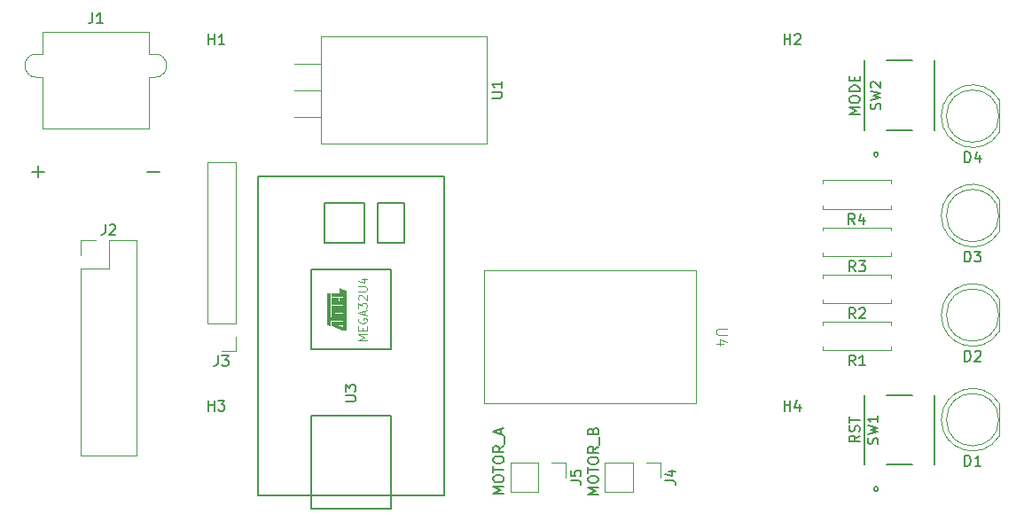
<source format=gbr>
%TF.GenerationSoftware,KiCad,Pcbnew,9.0.1*%
%TF.CreationDate,2025-05-04T20:34:49+10:00*%
%TF.ProjectId,line-follower-mainboard,6c696e65-2d66-46f6-9c6c-6f7765722d6d,rev?*%
%TF.SameCoordinates,Original*%
%TF.FileFunction,Legend,Top*%
%TF.FilePolarity,Positive*%
%FSLAX46Y46*%
G04 Gerber Fmt 4.6, Leading zero omitted, Abs format (unit mm)*
G04 Created by KiCad (PCBNEW 9.0.1) date 2025-05-04 20:34:49*
%MOMM*%
%LPD*%
G01*
G04 APERTURE LIST*
%ADD10C,0.150000*%
%ADD11C,0.100000*%
%ADD12C,0.152400*%
%ADD13C,0.120000*%
G04 APERTURE END LIST*
D10*
X121334819Y-85261904D02*
X122144342Y-85261904D01*
X122144342Y-85261904D02*
X122239580Y-85214285D01*
X122239580Y-85214285D02*
X122287200Y-85166666D01*
X122287200Y-85166666D02*
X122334819Y-85071428D01*
X122334819Y-85071428D02*
X122334819Y-84880952D01*
X122334819Y-84880952D02*
X122287200Y-84785714D01*
X122287200Y-84785714D02*
X122239580Y-84738095D01*
X122239580Y-84738095D02*
X122144342Y-84690476D01*
X122144342Y-84690476D02*
X121334819Y-84690476D01*
X121334819Y-84309523D02*
X121334819Y-83690476D01*
X121334819Y-83690476D02*
X121715771Y-84023809D01*
X121715771Y-84023809D02*
X121715771Y-83880952D01*
X121715771Y-83880952D02*
X121763390Y-83785714D01*
X121763390Y-83785714D02*
X121811009Y-83738095D01*
X121811009Y-83738095D02*
X121906247Y-83690476D01*
X121906247Y-83690476D02*
X122144342Y-83690476D01*
X122144342Y-83690476D02*
X122239580Y-83738095D01*
X122239580Y-83738095D02*
X122287200Y-83785714D01*
X122287200Y-83785714D02*
X122334819Y-83880952D01*
X122334819Y-83880952D02*
X122334819Y-84166666D01*
X122334819Y-84166666D02*
X122287200Y-84261904D01*
X122287200Y-84261904D02*
X122239580Y-84309523D01*
D11*
X123387895Y-79393333D02*
X122587895Y-79393333D01*
X122587895Y-79393333D02*
X123159323Y-79126667D01*
X123159323Y-79126667D02*
X122587895Y-78860000D01*
X122587895Y-78860000D02*
X123387895Y-78860000D01*
X122968847Y-78479047D02*
X122968847Y-78212381D01*
X123387895Y-78098095D02*
X123387895Y-78479047D01*
X123387895Y-78479047D02*
X122587895Y-78479047D01*
X122587895Y-78479047D02*
X122587895Y-78098095D01*
X122625990Y-77336190D02*
X122587895Y-77412380D01*
X122587895Y-77412380D02*
X122587895Y-77526666D01*
X122587895Y-77526666D02*
X122625990Y-77640952D01*
X122625990Y-77640952D02*
X122702180Y-77717142D01*
X122702180Y-77717142D02*
X122778371Y-77755237D01*
X122778371Y-77755237D02*
X122930752Y-77793333D01*
X122930752Y-77793333D02*
X123045038Y-77793333D01*
X123045038Y-77793333D02*
X123197419Y-77755237D01*
X123197419Y-77755237D02*
X123273609Y-77717142D01*
X123273609Y-77717142D02*
X123349800Y-77640952D01*
X123349800Y-77640952D02*
X123387895Y-77526666D01*
X123387895Y-77526666D02*
X123387895Y-77450475D01*
X123387895Y-77450475D02*
X123349800Y-77336190D01*
X123349800Y-77336190D02*
X123311704Y-77298094D01*
X123311704Y-77298094D02*
X123045038Y-77298094D01*
X123045038Y-77298094D02*
X123045038Y-77450475D01*
X123159323Y-76993333D02*
X123159323Y-76612380D01*
X123387895Y-77069523D02*
X122587895Y-76802856D01*
X122587895Y-76802856D02*
X123387895Y-76536190D01*
X122587895Y-76345714D02*
X122587895Y-75850476D01*
X122587895Y-75850476D02*
X122892657Y-76117142D01*
X122892657Y-76117142D02*
X122892657Y-76002857D01*
X122892657Y-76002857D02*
X122930752Y-75926666D01*
X122930752Y-75926666D02*
X122968847Y-75888571D01*
X122968847Y-75888571D02*
X123045038Y-75850476D01*
X123045038Y-75850476D02*
X123235514Y-75850476D01*
X123235514Y-75850476D02*
X123311704Y-75888571D01*
X123311704Y-75888571D02*
X123349800Y-75926666D01*
X123349800Y-75926666D02*
X123387895Y-76002857D01*
X123387895Y-76002857D02*
X123387895Y-76231428D01*
X123387895Y-76231428D02*
X123349800Y-76307619D01*
X123349800Y-76307619D02*
X123311704Y-76345714D01*
X122664085Y-75545714D02*
X122625990Y-75507618D01*
X122625990Y-75507618D02*
X122587895Y-75431428D01*
X122587895Y-75431428D02*
X122587895Y-75240952D01*
X122587895Y-75240952D02*
X122625990Y-75164761D01*
X122625990Y-75164761D02*
X122664085Y-75126666D01*
X122664085Y-75126666D02*
X122740276Y-75088571D01*
X122740276Y-75088571D02*
X122816466Y-75088571D01*
X122816466Y-75088571D02*
X122930752Y-75126666D01*
X122930752Y-75126666D02*
X123387895Y-75583809D01*
X123387895Y-75583809D02*
X123387895Y-75088571D01*
X122587895Y-74745713D02*
X123235514Y-74745713D01*
X123235514Y-74745713D02*
X123311704Y-74707618D01*
X123311704Y-74707618D02*
X123349800Y-74669523D01*
X123349800Y-74669523D02*
X123387895Y-74593332D01*
X123387895Y-74593332D02*
X123387895Y-74440951D01*
X123387895Y-74440951D02*
X123349800Y-74364761D01*
X123349800Y-74364761D02*
X123311704Y-74326666D01*
X123311704Y-74326666D02*
X123235514Y-74288570D01*
X123235514Y-74288570D02*
X122587895Y-74288570D01*
X122854561Y-73564761D02*
X123387895Y-73564761D01*
X122549800Y-73755237D02*
X123121228Y-73945714D01*
X123121228Y-73945714D02*
X123121228Y-73450475D01*
D10*
X172407200Y-57358334D02*
X172454819Y-57215477D01*
X172454819Y-57215477D02*
X172454819Y-56977382D01*
X172454819Y-56977382D02*
X172407200Y-56882144D01*
X172407200Y-56882144D02*
X172359580Y-56834525D01*
X172359580Y-56834525D02*
X172264342Y-56786906D01*
X172264342Y-56786906D02*
X172169104Y-56786906D01*
X172169104Y-56786906D02*
X172073866Y-56834525D01*
X172073866Y-56834525D02*
X172026247Y-56882144D01*
X172026247Y-56882144D02*
X171978628Y-56977382D01*
X171978628Y-56977382D02*
X171931009Y-57167858D01*
X171931009Y-57167858D02*
X171883390Y-57263096D01*
X171883390Y-57263096D02*
X171835771Y-57310715D01*
X171835771Y-57310715D02*
X171740533Y-57358334D01*
X171740533Y-57358334D02*
X171645295Y-57358334D01*
X171645295Y-57358334D02*
X171550057Y-57310715D01*
X171550057Y-57310715D02*
X171502438Y-57263096D01*
X171502438Y-57263096D02*
X171454819Y-57167858D01*
X171454819Y-57167858D02*
X171454819Y-56929763D01*
X171454819Y-56929763D02*
X171502438Y-56786906D01*
X171454819Y-56453572D02*
X172454819Y-56215477D01*
X172454819Y-56215477D02*
X171740533Y-56025001D01*
X171740533Y-56025001D02*
X172454819Y-55834525D01*
X172454819Y-55834525D02*
X171454819Y-55596430D01*
X171550057Y-55263096D02*
X171502438Y-55215477D01*
X171502438Y-55215477D02*
X171454819Y-55120239D01*
X171454819Y-55120239D02*
X171454819Y-54882144D01*
X171454819Y-54882144D02*
X171502438Y-54786906D01*
X171502438Y-54786906D02*
X171550057Y-54739287D01*
X171550057Y-54739287D02*
X171645295Y-54691668D01*
X171645295Y-54691668D02*
X171740533Y-54691668D01*
X171740533Y-54691668D02*
X171883390Y-54739287D01*
X171883390Y-54739287D02*
X172454819Y-55310715D01*
X172454819Y-55310715D02*
X172454819Y-54691668D01*
X170454819Y-57834525D02*
X169454819Y-57834525D01*
X169454819Y-57834525D02*
X170169104Y-57501192D01*
X170169104Y-57501192D02*
X169454819Y-57167859D01*
X169454819Y-57167859D02*
X170454819Y-57167859D01*
X169454819Y-56501192D02*
X169454819Y-56310716D01*
X169454819Y-56310716D02*
X169502438Y-56215478D01*
X169502438Y-56215478D02*
X169597676Y-56120240D01*
X169597676Y-56120240D02*
X169788152Y-56072621D01*
X169788152Y-56072621D02*
X170121485Y-56072621D01*
X170121485Y-56072621D02*
X170311961Y-56120240D01*
X170311961Y-56120240D02*
X170407200Y-56215478D01*
X170407200Y-56215478D02*
X170454819Y-56310716D01*
X170454819Y-56310716D02*
X170454819Y-56501192D01*
X170454819Y-56501192D02*
X170407200Y-56596430D01*
X170407200Y-56596430D02*
X170311961Y-56691668D01*
X170311961Y-56691668D02*
X170121485Y-56739287D01*
X170121485Y-56739287D02*
X169788152Y-56739287D01*
X169788152Y-56739287D02*
X169597676Y-56691668D01*
X169597676Y-56691668D02*
X169502438Y-56596430D01*
X169502438Y-56596430D02*
X169454819Y-56501192D01*
X170454819Y-55644049D02*
X169454819Y-55644049D01*
X169454819Y-55644049D02*
X169454819Y-55405954D01*
X169454819Y-55405954D02*
X169502438Y-55263097D01*
X169502438Y-55263097D02*
X169597676Y-55167859D01*
X169597676Y-55167859D02*
X169692914Y-55120240D01*
X169692914Y-55120240D02*
X169883390Y-55072621D01*
X169883390Y-55072621D02*
X170026247Y-55072621D01*
X170026247Y-55072621D02*
X170216723Y-55120240D01*
X170216723Y-55120240D02*
X170311961Y-55167859D01*
X170311961Y-55167859D02*
X170407200Y-55263097D01*
X170407200Y-55263097D02*
X170454819Y-55405954D01*
X170454819Y-55405954D02*
X170454819Y-55644049D01*
X169931009Y-54644049D02*
X169931009Y-54310716D01*
X170454819Y-54167859D02*
X170454819Y-54644049D01*
X170454819Y-54644049D02*
X169454819Y-54644049D01*
X169454819Y-54644049D02*
X169454819Y-54167859D01*
X172157199Y-89308330D02*
X172204818Y-89165473D01*
X172204818Y-89165473D02*
X172204818Y-88927378D01*
X172204818Y-88927378D02*
X172157199Y-88832140D01*
X172157199Y-88832140D02*
X172109579Y-88784521D01*
X172109579Y-88784521D02*
X172014341Y-88736902D01*
X172014341Y-88736902D02*
X171919103Y-88736902D01*
X171919103Y-88736902D02*
X171823865Y-88784521D01*
X171823865Y-88784521D02*
X171776246Y-88832140D01*
X171776246Y-88832140D02*
X171728627Y-88927378D01*
X171728627Y-88927378D02*
X171681008Y-89117854D01*
X171681008Y-89117854D02*
X171633389Y-89213092D01*
X171633389Y-89213092D02*
X171585770Y-89260711D01*
X171585770Y-89260711D02*
X171490532Y-89308330D01*
X171490532Y-89308330D02*
X171395294Y-89308330D01*
X171395294Y-89308330D02*
X171300056Y-89260711D01*
X171300056Y-89260711D02*
X171252437Y-89213092D01*
X171252437Y-89213092D02*
X171204818Y-89117854D01*
X171204818Y-89117854D02*
X171204818Y-88879759D01*
X171204818Y-88879759D02*
X171252437Y-88736902D01*
X171204818Y-88403568D02*
X172204818Y-88165473D01*
X172204818Y-88165473D02*
X171490532Y-87974997D01*
X171490532Y-87974997D02*
X172204818Y-87784521D01*
X172204818Y-87784521D02*
X171204818Y-87546426D01*
X172204818Y-86641664D02*
X172204818Y-87213092D01*
X172204818Y-86927378D02*
X171204818Y-86927378D01*
X171204818Y-86927378D02*
X171347675Y-87022616D01*
X171347675Y-87022616D02*
X171442913Y-87117854D01*
X171442913Y-87117854D02*
X171490532Y-87213092D01*
X170454819Y-88522617D02*
X169978628Y-88855950D01*
X170454819Y-89094045D02*
X169454819Y-89094045D01*
X169454819Y-89094045D02*
X169454819Y-88713093D01*
X169454819Y-88713093D02*
X169502438Y-88617855D01*
X169502438Y-88617855D02*
X169550057Y-88570236D01*
X169550057Y-88570236D02*
X169645295Y-88522617D01*
X169645295Y-88522617D02*
X169788152Y-88522617D01*
X169788152Y-88522617D02*
X169883390Y-88570236D01*
X169883390Y-88570236D02*
X169931009Y-88617855D01*
X169931009Y-88617855D02*
X169978628Y-88713093D01*
X169978628Y-88713093D02*
X169978628Y-89094045D01*
X170407200Y-88141664D02*
X170454819Y-87998807D01*
X170454819Y-87998807D02*
X170454819Y-87760712D01*
X170454819Y-87760712D02*
X170407200Y-87665474D01*
X170407200Y-87665474D02*
X170359580Y-87617855D01*
X170359580Y-87617855D02*
X170264342Y-87570236D01*
X170264342Y-87570236D02*
X170169104Y-87570236D01*
X170169104Y-87570236D02*
X170073866Y-87617855D01*
X170073866Y-87617855D02*
X170026247Y-87665474D01*
X170026247Y-87665474D02*
X169978628Y-87760712D01*
X169978628Y-87760712D02*
X169931009Y-87951188D01*
X169931009Y-87951188D02*
X169883390Y-88046426D01*
X169883390Y-88046426D02*
X169835771Y-88094045D01*
X169835771Y-88094045D02*
X169740533Y-88141664D01*
X169740533Y-88141664D02*
X169645295Y-88141664D01*
X169645295Y-88141664D02*
X169550057Y-88094045D01*
X169550057Y-88094045D02*
X169502438Y-88046426D01*
X169502438Y-88046426D02*
X169454819Y-87951188D01*
X169454819Y-87951188D02*
X169454819Y-87713093D01*
X169454819Y-87713093D02*
X169502438Y-87570236D01*
X169454819Y-87284521D02*
X169454819Y-86713093D01*
X170454819Y-86998807D02*
X169454819Y-86998807D01*
X180491905Y-81414819D02*
X180491905Y-80414819D01*
X180491905Y-80414819D02*
X180730000Y-80414819D01*
X180730000Y-80414819D02*
X180872857Y-80462438D01*
X180872857Y-80462438D02*
X180968095Y-80557676D01*
X180968095Y-80557676D02*
X181015714Y-80652914D01*
X181015714Y-80652914D02*
X181063333Y-80843390D01*
X181063333Y-80843390D02*
X181063333Y-80986247D01*
X181063333Y-80986247D02*
X181015714Y-81176723D01*
X181015714Y-81176723D02*
X180968095Y-81271961D01*
X180968095Y-81271961D02*
X180872857Y-81367200D01*
X180872857Y-81367200D02*
X180730000Y-81414819D01*
X180730000Y-81414819D02*
X180491905Y-81414819D01*
X181444286Y-80510057D02*
X181491905Y-80462438D01*
X181491905Y-80462438D02*
X181587143Y-80414819D01*
X181587143Y-80414819D02*
X181825238Y-80414819D01*
X181825238Y-80414819D02*
X181920476Y-80462438D01*
X181920476Y-80462438D02*
X181968095Y-80510057D01*
X181968095Y-80510057D02*
X182015714Y-80605295D01*
X182015714Y-80605295D02*
X182015714Y-80700533D01*
X182015714Y-80700533D02*
X181968095Y-80843390D01*
X181968095Y-80843390D02*
X181396667Y-81414819D01*
X181396667Y-81414819D02*
X182015714Y-81414819D01*
D11*
X157742580Y-78318095D02*
X156933057Y-78318095D01*
X156933057Y-78318095D02*
X156837819Y-78365714D01*
X156837819Y-78365714D02*
X156790200Y-78413333D01*
X156790200Y-78413333D02*
X156742580Y-78508571D01*
X156742580Y-78508571D02*
X156742580Y-78699047D01*
X156742580Y-78699047D02*
X156790200Y-78794285D01*
X156790200Y-78794285D02*
X156837819Y-78841904D01*
X156837819Y-78841904D02*
X156933057Y-78889523D01*
X156933057Y-78889523D02*
X157742580Y-78889523D01*
X157409247Y-79794285D02*
X156742580Y-79794285D01*
X157790200Y-79556190D02*
X157075914Y-79318095D01*
X157075914Y-79318095D02*
X157075914Y-79937142D01*
D10*
X108238095Y-86154819D02*
X108238095Y-85154819D01*
X108238095Y-85631009D02*
X108809523Y-85631009D01*
X108809523Y-86154819D02*
X108809523Y-85154819D01*
X109190476Y-85154819D02*
X109809523Y-85154819D01*
X109809523Y-85154819D02*
X109476190Y-85535771D01*
X109476190Y-85535771D02*
X109619047Y-85535771D01*
X109619047Y-85535771D02*
X109714285Y-85583390D01*
X109714285Y-85583390D02*
X109761904Y-85631009D01*
X109761904Y-85631009D02*
X109809523Y-85726247D01*
X109809523Y-85726247D02*
X109809523Y-85964342D01*
X109809523Y-85964342D02*
X109761904Y-86059580D01*
X109761904Y-86059580D02*
X109714285Y-86107200D01*
X109714285Y-86107200D02*
X109619047Y-86154819D01*
X109619047Y-86154819D02*
X109333333Y-86154819D01*
X109333333Y-86154819D02*
X109238095Y-86107200D01*
X109238095Y-86107200D02*
X109190476Y-86059580D01*
X151874819Y-92833333D02*
X152589104Y-92833333D01*
X152589104Y-92833333D02*
X152731961Y-92880952D01*
X152731961Y-92880952D02*
X152827200Y-92976190D01*
X152827200Y-92976190D02*
X152874819Y-93119047D01*
X152874819Y-93119047D02*
X152874819Y-93214285D01*
X152208152Y-91928571D02*
X152874819Y-91928571D01*
X151827200Y-92166666D02*
X152541485Y-92404761D01*
X152541485Y-92404761D02*
X152541485Y-91785714D01*
X145494819Y-94142856D02*
X144494819Y-94142856D01*
X144494819Y-94142856D02*
X145209104Y-93809523D01*
X145209104Y-93809523D02*
X144494819Y-93476190D01*
X144494819Y-93476190D02*
X145494819Y-93476190D01*
X144494819Y-92809523D02*
X144494819Y-92619047D01*
X144494819Y-92619047D02*
X144542438Y-92523809D01*
X144542438Y-92523809D02*
X144637676Y-92428571D01*
X144637676Y-92428571D02*
X144828152Y-92380952D01*
X144828152Y-92380952D02*
X145161485Y-92380952D01*
X145161485Y-92380952D02*
X145351961Y-92428571D01*
X145351961Y-92428571D02*
X145447200Y-92523809D01*
X145447200Y-92523809D02*
X145494819Y-92619047D01*
X145494819Y-92619047D02*
X145494819Y-92809523D01*
X145494819Y-92809523D02*
X145447200Y-92904761D01*
X145447200Y-92904761D02*
X145351961Y-92999999D01*
X145351961Y-92999999D02*
X145161485Y-93047618D01*
X145161485Y-93047618D02*
X144828152Y-93047618D01*
X144828152Y-93047618D02*
X144637676Y-92999999D01*
X144637676Y-92999999D02*
X144542438Y-92904761D01*
X144542438Y-92904761D02*
X144494819Y-92809523D01*
X144494819Y-92095237D02*
X144494819Y-91523809D01*
X145494819Y-91809523D02*
X144494819Y-91809523D01*
X144494819Y-90999999D02*
X144494819Y-90809523D01*
X144494819Y-90809523D02*
X144542438Y-90714285D01*
X144542438Y-90714285D02*
X144637676Y-90619047D01*
X144637676Y-90619047D02*
X144828152Y-90571428D01*
X144828152Y-90571428D02*
X145161485Y-90571428D01*
X145161485Y-90571428D02*
X145351961Y-90619047D01*
X145351961Y-90619047D02*
X145447200Y-90714285D01*
X145447200Y-90714285D02*
X145494819Y-90809523D01*
X145494819Y-90809523D02*
X145494819Y-90999999D01*
X145494819Y-90999999D02*
X145447200Y-91095237D01*
X145447200Y-91095237D02*
X145351961Y-91190475D01*
X145351961Y-91190475D02*
X145161485Y-91238094D01*
X145161485Y-91238094D02*
X144828152Y-91238094D01*
X144828152Y-91238094D02*
X144637676Y-91190475D01*
X144637676Y-91190475D02*
X144542438Y-91095237D01*
X144542438Y-91095237D02*
X144494819Y-90999999D01*
X145494819Y-89571428D02*
X145018628Y-89904761D01*
X145494819Y-90142856D02*
X144494819Y-90142856D01*
X144494819Y-90142856D02*
X144494819Y-89761904D01*
X144494819Y-89761904D02*
X144542438Y-89666666D01*
X144542438Y-89666666D02*
X144590057Y-89619047D01*
X144590057Y-89619047D02*
X144685295Y-89571428D01*
X144685295Y-89571428D02*
X144828152Y-89571428D01*
X144828152Y-89571428D02*
X144923390Y-89619047D01*
X144923390Y-89619047D02*
X144971009Y-89666666D01*
X144971009Y-89666666D02*
X145018628Y-89761904D01*
X145018628Y-89761904D02*
X145018628Y-90142856D01*
X145590057Y-89380952D02*
X145590057Y-88619047D01*
X144971009Y-88047618D02*
X145018628Y-87904761D01*
X145018628Y-87904761D02*
X145066247Y-87857142D01*
X145066247Y-87857142D02*
X145161485Y-87809523D01*
X145161485Y-87809523D02*
X145304342Y-87809523D01*
X145304342Y-87809523D02*
X145399580Y-87857142D01*
X145399580Y-87857142D02*
X145447200Y-87904761D01*
X145447200Y-87904761D02*
X145494819Y-87999999D01*
X145494819Y-87999999D02*
X145494819Y-88380951D01*
X145494819Y-88380951D02*
X144494819Y-88380951D01*
X144494819Y-88380951D02*
X144494819Y-88047618D01*
X144494819Y-88047618D02*
X144542438Y-87952380D01*
X144542438Y-87952380D02*
X144590057Y-87904761D01*
X144590057Y-87904761D02*
X144685295Y-87857142D01*
X144685295Y-87857142D02*
X144780533Y-87857142D01*
X144780533Y-87857142D02*
X144875771Y-87904761D01*
X144875771Y-87904761D02*
X144923390Y-87952380D01*
X144923390Y-87952380D02*
X144971009Y-88047618D01*
X144971009Y-88047618D02*
X144971009Y-88380951D01*
X169983333Y-68324819D02*
X169650000Y-67848628D01*
X169411905Y-68324819D02*
X169411905Y-67324819D01*
X169411905Y-67324819D02*
X169792857Y-67324819D01*
X169792857Y-67324819D02*
X169888095Y-67372438D01*
X169888095Y-67372438D02*
X169935714Y-67420057D01*
X169935714Y-67420057D02*
X169983333Y-67515295D01*
X169983333Y-67515295D02*
X169983333Y-67658152D01*
X169983333Y-67658152D02*
X169935714Y-67753390D01*
X169935714Y-67753390D02*
X169888095Y-67801009D01*
X169888095Y-67801009D02*
X169792857Y-67848628D01*
X169792857Y-67848628D02*
X169411905Y-67848628D01*
X170840476Y-67658152D02*
X170840476Y-68324819D01*
X170602381Y-67277200D02*
X170364286Y-67991485D01*
X170364286Y-67991485D02*
X170983333Y-67991485D01*
X163238095Y-51154819D02*
X163238095Y-50154819D01*
X163238095Y-50631009D02*
X163809523Y-50631009D01*
X163809523Y-51154819D02*
X163809523Y-50154819D01*
X164238095Y-50250057D02*
X164285714Y-50202438D01*
X164285714Y-50202438D02*
X164380952Y-50154819D01*
X164380952Y-50154819D02*
X164619047Y-50154819D01*
X164619047Y-50154819D02*
X164714285Y-50202438D01*
X164714285Y-50202438D02*
X164761904Y-50250057D01*
X164761904Y-50250057D02*
X164809523Y-50345295D01*
X164809523Y-50345295D02*
X164809523Y-50440533D01*
X164809523Y-50440533D02*
X164761904Y-50583390D01*
X164761904Y-50583390D02*
X164190476Y-51154819D01*
X164190476Y-51154819D02*
X164809523Y-51154819D01*
X109166666Y-80874819D02*
X109166666Y-81589104D01*
X109166666Y-81589104D02*
X109119047Y-81731961D01*
X109119047Y-81731961D02*
X109023809Y-81827200D01*
X109023809Y-81827200D02*
X108880952Y-81874819D01*
X108880952Y-81874819D02*
X108785714Y-81874819D01*
X109547619Y-80874819D02*
X110166666Y-80874819D01*
X110166666Y-80874819D02*
X109833333Y-81255771D01*
X109833333Y-81255771D02*
X109976190Y-81255771D01*
X109976190Y-81255771D02*
X110071428Y-81303390D01*
X110071428Y-81303390D02*
X110119047Y-81351009D01*
X110119047Y-81351009D02*
X110166666Y-81446247D01*
X110166666Y-81446247D02*
X110166666Y-81684342D01*
X110166666Y-81684342D02*
X110119047Y-81779580D01*
X110119047Y-81779580D02*
X110071428Y-81827200D01*
X110071428Y-81827200D02*
X109976190Y-81874819D01*
X109976190Y-81874819D02*
X109690476Y-81874819D01*
X109690476Y-81874819D02*
X109595238Y-81827200D01*
X109595238Y-81827200D02*
X109547619Y-81779580D01*
X180491905Y-91414819D02*
X180491905Y-90414819D01*
X180491905Y-90414819D02*
X180730000Y-90414819D01*
X180730000Y-90414819D02*
X180872857Y-90462438D01*
X180872857Y-90462438D02*
X180968095Y-90557676D01*
X180968095Y-90557676D02*
X181015714Y-90652914D01*
X181015714Y-90652914D02*
X181063333Y-90843390D01*
X181063333Y-90843390D02*
X181063333Y-90986247D01*
X181063333Y-90986247D02*
X181015714Y-91176723D01*
X181015714Y-91176723D02*
X180968095Y-91271961D01*
X180968095Y-91271961D02*
X180872857Y-91367200D01*
X180872857Y-91367200D02*
X180730000Y-91414819D01*
X180730000Y-91414819D02*
X180491905Y-91414819D01*
X182015714Y-91414819D02*
X181444286Y-91414819D01*
X181730000Y-91414819D02*
X181730000Y-90414819D01*
X181730000Y-90414819D02*
X181634762Y-90557676D01*
X181634762Y-90557676D02*
X181539524Y-90652914D01*
X181539524Y-90652914D02*
X181444286Y-90700533D01*
X163238095Y-86154819D02*
X163238095Y-85154819D01*
X163238095Y-85631009D02*
X163809523Y-85631009D01*
X163809523Y-86154819D02*
X163809523Y-85154819D01*
X164714285Y-85488152D02*
X164714285Y-86154819D01*
X164476190Y-85107200D02*
X164238095Y-85821485D01*
X164238095Y-85821485D02*
X164857142Y-85821485D01*
X180491905Y-62414819D02*
X180491905Y-61414819D01*
X180491905Y-61414819D02*
X180730000Y-61414819D01*
X180730000Y-61414819D02*
X180872857Y-61462438D01*
X180872857Y-61462438D02*
X180968095Y-61557676D01*
X180968095Y-61557676D02*
X181015714Y-61652914D01*
X181015714Y-61652914D02*
X181063333Y-61843390D01*
X181063333Y-61843390D02*
X181063333Y-61986247D01*
X181063333Y-61986247D02*
X181015714Y-62176723D01*
X181015714Y-62176723D02*
X180968095Y-62271961D01*
X180968095Y-62271961D02*
X180872857Y-62367200D01*
X180872857Y-62367200D02*
X180730000Y-62414819D01*
X180730000Y-62414819D02*
X180491905Y-62414819D01*
X181920476Y-61748152D02*
X181920476Y-62414819D01*
X181682381Y-61367200D02*
X181444286Y-62081485D01*
X181444286Y-62081485D02*
X182063333Y-62081485D01*
X98396666Y-68334819D02*
X98396666Y-69049104D01*
X98396666Y-69049104D02*
X98349047Y-69191961D01*
X98349047Y-69191961D02*
X98253809Y-69287200D01*
X98253809Y-69287200D02*
X98110952Y-69334819D01*
X98110952Y-69334819D02*
X98015714Y-69334819D01*
X98825238Y-68430057D02*
X98872857Y-68382438D01*
X98872857Y-68382438D02*
X98968095Y-68334819D01*
X98968095Y-68334819D02*
X99206190Y-68334819D01*
X99206190Y-68334819D02*
X99301428Y-68382438D01*
X99301428Y-68382438D02*
X99349047Y-68430057D01*
X99349047Y-68430057D02*
X99396666Y-68525295D01*
X99396666Y-68525295D02*
X99396666Y-68620533D01*
X99396666Y-68620533D02*
X99349047Y-68763390D01*
X99349047Y-68763390D02*
X98777619Y-69334819D01*
X98777619Y-69334819D02*
X99396666Y-69334819D01*
X170023333Y-77324819D02*
X169690000Y-76848628D01*
X169451905Y-77324819D02*
X169451905Y-76324819D01*
X169451905Y-76324819D02*
X169832857Y-76324819D01*
X169832857Y-76324819D02*
X169928095Y-76372438D01*
X169928095Y-76372438D02*
X169975714Y-76420057D01*
X169975714Y-76420057D02*
X170023333Y-76515295D01*
X170023333Y-76515295D02*
X170023333Y-76658152D01*
X170023333Y-76658152D02*
X169975714Y-76753390D01*
X169975714Y-76753390D02*
X169928095Y-76801009D01*
X169928095Y-76801009D02*
X169832857Y-76848628D01*
X169832857Y-76848628D02*
X169451905Y-76848628D01*
X170404286Y-76420057D02*
X170451905Y-76372438D01*
X170451905Y-76372438D02*
X170547143Y-76324819D01*
X170547143Y-76324819D02*
X170785238Y-76324819D01*
X170785238Y-76324819D02*
X170880476Y-76372438D01*
X170880476Y-76372438D02*
X170928095Y-76420057D01*
X170928095Y-76420057D02*
X170975714Y-76515295D01*
X170975714Y-76515295D02*
X170975714Y-76610533D01*
X170975714Y-76610533D02*
X170928095Y-76753390D01*
X170928095Y-76753390D02*
X170356667Y-77324819D01*
X170356667Y-77324819D02*
X170975714Y-77324819D01*
X97166666Y-48129819D02*
X97166666Y-48844104D01*
X97166666Y-48844104D02*
X97119047Y-48986961D01*
X97119047Y-48986961D02*
X97023809Y-49082200D01*
X97023809Y-49082200D02*
X96880952Y-49129819D01*
X96880952Y-49129819D02*
X96785714Y-49129819D01*
X98166666Y-49129819D02*
X97595238Y-49129819D01*
X97880952Y-49129819D02*
X97880952Y-48129819D01*
X97880952Y-48129819D02*
X97785714Y-48272676D01*
X97785714Y-48272676D02*
X97690476Y-48367914D01*
X97690476Y-48367914D02*
X97595238Y-48415533D01*
X102428571Y-63289700D02*
X103571429Y-63289700D01*
X91428571Y-63289700D02*
X92571429Y-63289700D01*
X92000000Y-63861128D02*
X92000000Y-62718271D01*
X135304819Y-56261904D02*
X136114342Y-56261904D01*
X136114342Y-56261904D02*
X136209580Y-56214285D01*
X136209580Y-56214285D02*
X136257200Y-56166666D01*
X136257200Y-56166666D02*
X136304819Y-56071428D01*
X136304819Y-56071428D02*
X136304819Y-55880952D01*
X136304819Y-55880952D02*
X136257200Y-55785714D01*
X136257200Y-55785714D02*
X136209580Y-55738095D01*
X136209580Y-55738095D02*
X136114342Y-55690476D01*
X136114342Y-55690476D02*
X135304819Y-55690476D01*
X136304819Y-54690476D02*
X136304819Y-55261904D01*
X136304819Y-54976190D02*
X135304819Y-54976190D01*
X135304819Y-54976190D02*
X135447676Y-55071428D01*
X135447676Y-55071428D02*
X135542914Y-55166666D01*
X135542914Y-55166666D02*
X135590533Y-55261904D01*
X180491905Y-71914819D02*
X180491905Y-70914819D01*
X180491905Y-70914819D02*
X180730000Y-70914819D01*
X180730000Y-70914819D02*
X180872857Y-70962438D01*
X180872857Y-70962438D02*
X180968095Y-71057676D01*
X180968095Y-71057676D02*
X181015714Y-71152914D01*
X181015714Y-71152914D02*
X181063333Y-71343390D01*
X181063333Y-71343390D02*
X181063333Y-71486247D01*
X181063333Y-71486247D02*
X181015714Y-71676723D01*
X181015714Y-71676723D02*
X180968095Y-71771961D01*
X180968095Y-71771961D02*
X180872857Y-71867200D01*
X180872857Y-71867200D02*
X180730000Y-71914819D01*
X180730000Y-71914819D02*
X180491905Y-71914819D01*
X181396667Y-70914819D02*
X182015714Y-70914819D01*
X182015714Y-70914819D02*
X181682381Y-71295771D01*
X181682381Y-71295771D02*
X181825238Y-71295771D01*
X181825238Y-71295771D02*
X181920476Y-71343390D01*
X181920476Y-71343390D02*
X181968095Y-71391009D01*
X181968095Y-71391009D02*
X182015714Y-71486247D01*
X182015714Y-71486247D02*
X182015714Y-71724342D01*
X182015714Y-71724342D02*
X181968095Y-71819580D01*
X181968095Y-71819580D02*
X181920476Y-71867200D01*
X181920476Y-71867200D02*
X181825238Y-71914819D01*
X181825238Y-71914819D02*
X181539524Y-71914819D01*
X181539524Y-71914819D02*
X181444286Y-71867200D01*
X181444286Y-71867200D02*
X181396667Y-71819580D01*
X108238095Y-51154819D02*
X108238095Y-50154819D01*
X108238095Y-50631009D02*
X108809523Y-50631009D01*
X108809523Y-51154819D02*
X108809523Y-50154819D01*
X109809523Y-51154819D02*
X109238095Y-51154819D01*
X109523809Y-51154819D02*
X109523809Y-50154819D01*
X109523809Y-50154819D02*
X109428571Y-50297676D01*
X109428571Y-50297676D02*
X109333333Y-50392914D01*
X109333333Y-50392914D02*
X109238095Y-50440533D01*
X170023333Y-72824819D02*
X169690000Y-72348628D01*
X169451905Y-72824819D02*
X169451905Y-71824819D01*
X169451905Y-71824819D02*
X169832857Y-71824819D01*
X169832857Y-71824819D02*
X169928095Y-71872438D01*
X169928095Y-71872438D02*
X169975714Y-71920057D01*
X169975714Y-71920057D02*
X170023333Y-72015295D01*
X170023333Y-72015295D02*
X170023333Y-72158152D01*
X170023333Y-72158152D02*
X169975714Y-72253390D01*
X169975714Y-72253390D02*
X169928095Y-72301009D01*
X169928095Y-72301009D02*
X169832857Y-72348628D01*
X169832857Y-72348628D02*
X169451905Y-72348628D01*
X170356667Y-71824819D02*
X170975714Y-71824819D01*
X170975714Y-71824819D02*
X170642381Y-72205771D01*
X170642381Y-72205771D02*
X170785238Y-72205771D01*
X170785238Y-72205771D02*
X170880476Y-72253390D01*
X170880476Y-72253390D02*
X170928095Y-72301009D01*
X170928095Y-72301009D02*
X170975714Y-72396247D01*
X170975714Y-72396247D02*
X170975714Y-72634342D01*
X170975714Y-72634342D02*
X170928095Y-72729580D01*
X170928095Y-72729580D02*
X170880476Y-72777200D01*
X170880476Y-72777200D02*
X170785238Y-72824819D01*
X170785238Y-72824819D02*
X170499524Y-72824819D01*
X170499524Y-72824819D02*
X170404286Y-72777200D01*
X170404286Y-72777200D02*
X170356667Y-72729580D01*
X170023333Y-81824819D02*
X169690000Y-81348628D01*
X169451905Y-81824819D02*
X169451905Y-80824819D01*
X169451905Y-80824819D02*
X169832857Y-80824819D01*
X169832857Y-80824819D02*
X169928095Y-80872438D01*
X169928095Y-80872438D02*
X169975714Y-80920057D01*
X169975714Y-80920057D02*
X170023333Y-81015295D01*
X170023333Y-81015295D02*
X170023333Y-81158152D01*
X170023333Y-81158152D02*
X169975714Y-81253390D01*
X169975714Y-81253390D02*
X169928095Y-81301009D01*
X169928095Y-81301009D02*
X169832857Y-81348628D01*
X169832857Y-81348628D02*
X169451905Y-81348628D01*
X170975714Y-81824819D02*
X170404286Y-81824819D01*
X170690000Y-81824819D02*
X170690000Y-80824819D01*
X170690000Y-80824819D02*
X170594762Y-80967676D01*
X170594762Y-80967676D02*
X170499524Y-81062914D01*
X170499524Y-81062914D02*
X170404286Y-81110533D01*
X142834819Y-92833333D02*
X143549104Y-92833333D01*
X143549104Y-92833333D02*
X143691961Y-92880952D01*
X143691961Y-92880952D02*
X143787200Y-92976190D01*
X143787200Y-92976190D02*
X143834819Y-93119047D01*
X143834819Y-93119047D02*
X143834819Y-93214285D01*
X142834819Y-91880952D02*
X142834819Y-92357142D01*
X142834819Y-92357142D02*
X143311009Y-92404761D01*
X143311009Y-92404761D02*
X143263390Y-92357142D01*
X143263390Y-92357142D02*
X143215771Y-92261904D01*
X143215771Y-92261904D02*
X143215771Y-92023809D01*
X143215771Y-92023809D02*
X143263390Y-91928571D01*
X143263390Y-91928571D02*
X143311009Y-91880952D01*
X143311009Y-91880952D02*
X143406247Y-91833333D01*
X143406247Y-91833333D02*
X143644342Y-91833333D01*
X143644342Y-91833333D02*
X143739580Y-91880952D01*
X143739580Y-91880952D02*
X143787200Y-91928571D01*
X143787200Y-91928571D02*
X143834819Y-92023809D01*
X143834819Y-92023809D02*
X143834819Y-92261904D01*
X143834819Y-92261904D02*
X143787200Y-92357142D01*
X143787200Y-92357142D02*
X143739580Y-92404761D01*
X136454819Y-94071428D02*
X135454819Y-94071428D01*
X135454819Y-94071428D02*
X136169104Y-93738095D01*
X136169104Y-93738095D02*
X135454819Y-93404762D01*
X135454819Y-93404762D02*
X136454819Y-93404762D01*
X135454819Y-92738095D02*
X135454819Y-92547619D01*
X135454819Y-92547619D02*
X135502438Y-92452381D01*
X135502438Y-92452381D02*
X135597676Y-92357143D01*
X135597676Y-92357143D02*
X135788152Y-92309524D01*
X135788152Y-92309524D02*
X136121485Y-92309524D01*
X136121485Y-92309524D02*
X136311961Y-92357143D01*
X136311961Y-92357143D02*
X136407200Y-92452381D01*
X136407200Y-92452381D02*
X136454819Y-92547619D01*
X136454819Y-92547619D02*
X136454819Y-92738095D01*
X136454819Y-92738095D02*
X136407200Y-92833333D01*
X136407200Y-92833333D02*
X136311961Y-92928571D01*
X136311961Y-92928571D02*
X136121485Y-92976190D01*
X136121485Y-92976190D02*
X135788152Y-92976190D01*
X135788152Y-92976190D02*
X135597676Y-92928571D01*
X135597676Y-92928571D02*
X135502438Y-92833333D01*
X135502438Y-92833333D02*
X135454819Y-92738095D01*
X135454819Y-92023809D02*
X135454819Y-91452381D01*
X136454819Y-91738095D02*
X135454819Y-91738095D01*
X135454819Y-90928571D02*
X135454819Y-90738095D01*
X135454819Y-90738095D02*
X135502438Y-90642857D01*
X135502438Y-90642857D02*
X135597676Y-90547619D01*
X135597676Y-90547619D02*
X135788152Y-90500000D01*
X135788152Y-90500000D02*
X136121485Y-90500000D01*
X136121485Y-90500000D02*
X136311961Y-90547619D01*
X136311961Y-90547619D02*
X136407200Y-90642857D01*
X136407200Y-90642857D02*
X136454819Y-90738095D01*
X136454819Y-90738095D02*
X136454819Y-90928571D01*
X136454819Y-90928571D02*
X136407200Y-91023809D01*
X136407200Y-91023809D02*
X136311961Y-91119047D01*
X136311961Y-91119047D02*
X136121485Y-91166666D01*
X136121485Y-91166666D02*
X135788152Y-91166666D01*
X135788152Y-91166666D02*
X135597676Y-91119047D01*
X135597676Y-91119047D02*
X135502438Y-91023809D01*
X135502438Y-91023809D02*
X135454819Y-90928571D01*
X136454819Y-89500000D02*
X135978628Y-89833333D01*
X136454819Y-90071428D02*
X135454819Y-90071428D01*
X135454819Y-90071428D02*
X135454819Y-89690476D01*
X135454819Y-89690476D02*
X135502438Y-89595238D01*
X135502438Y-89595238D02*
X135550057Y-89547619D01*
X135550057Y-89547619D02*
X135645295Y-89500000D01*
X135645295Y-89500000D02*
X135788152Y-89500000D01*
X135788152Y-89500000D02*
X135883390Y-89547619D01*
X135883390Y-89547619D02*
X135931009Y-89595238D01*
X135931009Y-89595238D02*
X135978628Y-89690476D01*
X135978628Y-89690476D02*
X135978628Y-90071428D01*
X136550057Y-89309524D02*
X136550057Y-88547619D01*
X136169104Y-88357142D02*
X136169104Y-87880952D01*
X136454819Y-88452380D02*
X135454819Y-88119047D01*
X135454819Y-88119047D02*
X136454819Y-87785714D01*
%TO.C,U3*%
X112990000Y-63760000D02*
X130770000Y-63760000D01*
X112990000Y-94240000D02*
X112990000Y-63760000D01*
X118070000Y-72650000D02*
X118070000Y-80270000D01*
X118070000Y-80270000D02*
X125690000Y-80270000D01*
X118070000Y-86620000D02*
X125690000Y-86620000D01*
X118070000Y-95510000D02*
X118070000Y-86620000D01*
X119340000Y-66300000D02*
X119340000Y-70110000D01*
X119340000Y-70110000D02*
X121880000Y-70110000D01*
X121880000Y-70110000D02*
X123150000Y-70110000D01*
X123150000Y-66300000D02*
X119340000Y-66300000D01*
X123150000Y-70110000D02*
X123150000Y-66300000D01*
X124420000Y-66300000D02*
X124420000Y-70110000D01*
X124420000Y-70110000D02*
X126960000Y-70110000D01*
X125690000Y-72650000D02*
X118070000Y-72650000D01*
X125690000Y-80270000D02*
X125690000Y-72650000D01*
X125690000Y-86620000D02*
X125690000Y-95510000D01*
X125690000Y-95510000D02*
X118070000Y-95510000D01*
X126960000Y-66300000D02*
X124420000Y-66300000D01*
X126960000Y-70110000D02*
X126960000Y-66300000D01*
X130770000Y-63760000D02*
X130770000Y-94240000D01*
X130770000Y-94240000D02*
X112990000Y-94240000D01*
D11*
X121372000Y-74682000D02*
X121372000Y-78365000D01*
X121118000Y-78365000D01*
X121118000Y-74555000D01*
X121372000Y-74682000D01*
G36*
X121372000Y-74682000D02*
G01*
X121372000Y-78365000D01*
X121118000Y-78365000D01*
X121118000Y-74555000D01*
X121372000Y-74682000D01*
G37*
X120991000Y-74555000D02*
X120991000Y-75190000D01*
X119975000Y-75190000D01*
X119975000Y-74936000D01*
X120737000Y-74936000D01*
X120737000Y-74428000D01*
X120991000Y-74555000D01*
G36*
X120991000Y-74555000D02*
G01*
X120991000Y-75190000D01*
X119975000Y-75190000D01*
X119975000Y-74936000D01*
X120737000Y-74936000D01*
X120737000Y-74428000D01*
X120991000Y-74555000D01*
G37*
X120991000Y-77857000D02*
X120229000Y-77857000D01*
X120991000Y-78111000D01*
X120991000Y-78365000D01*
X119975000Y-77984000D01*
X119975000Y-77603000D01*
X120991000Y-77603000D01*
X120991000Y-77857000D01*
G36*
X120991000Y-77857000D02*
G01*
X120229000Y-77857000D01*
X120991000Y-78111000D01*
X120991000Y-78365000D01*
X119975000Y-77984000D01*
X119975000Y-77603000D01*
X120991000Y-77603000D01*
X120991000Y-77857000D01*
G37*
X119848000Y-77222000D02*
X120991000Y-77222000D01*
X120991000Y-77476000D01*
X119848000Y-77476000D01*
X119848000Y-77984000D01*
X119594000Y-77857000D01*
X119594000Y-74936000D01*
X119848000Y-74936000D01*
X119848000Y-77222000D01*
G36*
X119848000Y-77222000D02*
G01*
X120991000Y-77222000D01*
X120991000Y-77476000D01*
X119848000Y-77476000D01*
X119848000Y-77984000D01*
X119594000Y-77857000D01*
X119594000Y-74936000D01*
X119848000Y-74936000D01*
X119848000Y-77222000D01*
G37*
X120229000Y-75698000D02*
X120356000Y-75698000D01*
X120356000Y-75317000D01*
X120610000Y-75317000D01*
X120610000Y-75698000D01*
X120737000Y-75698000D01*
X120737000Y-75317000D01*
X120991000Y-75317000D01*
X120991000Y-75952000D01*
X119975000Y-75952000D01*
X119975000Y-75317000D01*
X120229000Y-75317000D01*
X120229000Y-75698000D01*
G36*
X120229000Y-75698000D02*
G01*
X120356000Y-75698000D01*
X120356000Y-75317000D01*
X120610000Y-75317000D01*
X120610000Y-75698000D01*
X120737000Y-75698000D01*
X120737000Y-75317000D01*
X120991000Y-75317000D01*
X120991000Y-75952000D01*
X119975000Y-75952000D01*
X119975000Y-75317000D01*
X120229000Y-75317000D01*
X120229000Y-75698000D01*
G37*
X120991000Y-76333000D02*
X120229000Y-76333000D01*
X120229000Y-76460000D01*
X120991000Y-76460000D01*
X120991000Y-76714000D01*
X120229000Y-76714000D01*
X120229000Y-76841000D01*
X120991000Y-76841000D01*
X120991000Y-77095000D01*
X119975000Y-77095000D01*
X119975000Y-76079000D01*
X120991000Y-76079000D01*
X120991000Y-76333000D01*
G36*
X120991000Y-76333000D02*
G01*
X120229000Y-76333000D01*
X120229000Y-76460000D01*
X120991000Y-76460000D01*
X120991000Y-76714000D01*
X120229000Y-76714000D01*
X120229000Y-76841000D01*
X120991000Y-76841000D01*
X120991000Y-77095000D01*
X119975000Y-77095000D01*
X119975000Y-76079000D01*
X120991000Y-76079000D01*
X120991000Y-76333000D01*
G37*
D12*
%TO.C,SW2*%
X170922599Y-52697602D02*
X170922599Y-59352402D01*
X173032762Y-59352402D02*
X175467236Y-59352402D01*
X175467236Y-52697602D02*
X173032762Y-52697602D01*
X177577399Y-59352402D02*
X177577399Y-52697602D01*
X172203198Y-61664001D02*
G75*
G02*
X171796798Y-61664001I-203200J0D01*
G01*
X171796798Y-61664001D02*
G75*
G02*
X172203198Y-61664001I203200J0D01*
G01*
%TO.C,SW1*%
X170922599Y-84647598D02*
X170922599Y-91302398D01*
X173032762Y-91302398D02*
X175467236Y-91302398D01*
X175467236Y-84647598D02*
X173032762Y-84647598D01*
X177577399Y-91302398D02*
X177577399Y-84647598D01*
X172203198Y-93613997D02*
G75*
G02*
X171796798Y-93613997I-203200J0D01*
G01*
X171796798Y-93613997D02*
G75*
G02*
X172203198Y-93613997I203200J0D01*
G01*
D13*
%TO.C,D2*%
X183790000Y-78545000D02*
X183790000Y-75455000D01*
X178240000Y-76999952D02*
G75*
G02*
X183790000Y-75455170I2990000J-48D01*
G01*
X183790000Y-78544830D02*
G75*
G02*
X178240000Y-77000048I-2560000J1544830D01*
G01*
X183730000Y-77000000D02*
G75*
G02*
X178730000Y-77000000I-2500000J0D01*
G01*
X178730000Y-77000000D02*
G75*
G02*
X183730000Y-77000000I2500000J0D01*
G01*
%TO.C,U4*%
D11*
X154850000Y-72730000D02*
X134550000Y-72730000D01*
X134550000Y-85430000D01*
X154850000Y-85430000D01*
X154850000Y-72730000D01*
D13*
%TO.C,J4*%
X146120000Y-91120000D02*
X146120000Y-93880000D01*
X148770000Y-91120000D02*
X146120000Y-91120000D01*
X148770000Y-91120000D02*
X148770000Y-93880000D01*
X148770000Y-93880000D02*
X146120000Y-93880000D01*
X150040000Y-91120000D02*
X151420000Y-91120000D01*
X151420000Y-91120000D02*
X151420000Y-92500000D01*
%TO.C,R4*%
X166880000Y-64130000D02*
X166880000Y-64460000D01*
X166880000Y-66870000D02*
X166880000Y-66540000D01*
X173420000Y-64130000D02*
X166880000Y-64130000D01*
X173420000Y-64460000D02*
X173420000Y-64130000D01*
X173420000Y-66540000D02*
X173420000Y-66870000D01*
X173420000Y-66870000D02*
X166880000Y-66870000D01*
%TO.C,J3*%
X108120000Y-77770000D02*
X108120000Y-62420000D01*
X110880000Y-62420000D02*
X108120000Y-62420000D01*
X110880000Y-77770000D02*
X108120000Y-77770000D01*
X110880000Y-77770000D02*
X110880000Y-62420000D01*
X110880000Y-79040000D02*
X110880000Y-80420000D01*
X110880000Y-80420000D02*
X109500000Y-80420000D01*
%TO.C,D1*%
X183790000Y-88545000D02*
X183790000Y-85455000D01*
X178240000Y-86999952D02*
G75*
G02*
X183790000Y-85455170I2990000J-48D01*
G01*
X183790000Y-88544830D02*
G75*
G02*
X178240000Y-87000048I-2560000J1544830D01*
G01*
X183730000Y-87000000D02*
G75*
G02*
X178730000Y-87000000I-2500000J0D01*
G01*
X178730000Y-87000000D02*
G75*
G02*
X183730000Y-87000000I2500000J0D01*
G01*
%TO.C,D4*%
X183790000Y-59545000D02*
X183790000Y-56455000D01*
X178240000Y-57999952D02*
G75*
G02*
X183790000Y-56455170I2990000J-48D01*
G01*
X183790000Y-59544830D02*
G75*
G02*
X178240000Y-58000048I-2560000J1544830D01*
G01*
X183730000Y-58000000D02*
G75*
G02*
X178730000Y-58000000I-2500000J0D01*
G01*
X178730000Y-58000000D02*
G75*
G02*
X183730000Y-58000000I2500000J0D01*
G01*
%TO.C,J2*%
X96080000Y-69880000D02*
X97460000Y-69880000D01*
X96080000Y-71260000D02*
X96080000Y-69880000D01*
X96080000Y-72530000D02*
X96080000Y-90420000D01*
X96080000Y-72530000D02*
X98730000Y-72530000D01*
X96080000Y-90420000D02*
X101380000Y-90420000D01*
X98730000Y-69880000D02*
X101380000Y-69880000D01*
X98730000Y-72530000D02*
X98730000Y-69880000D01*
X101380000Y-69880000D02*
X101380000Y-90420000D01*
%TO.C,R2*%
X166920000Y-73130000D02*
X166920000Y-73460000D01*
X166920000Y-75870000D02*
X166920000Y-75540000D01*
X173460000Y-73130000D02*
X166920000Y-73130000D01*
X173460000Y-73460000D02*
X173460000Y-73130000D01*
X173460000Y-75540000D02*
X173460000Y-75870000D01*
X173460000Y-75870000D02*
X166920000Y-75870000D01*
%TO.C,J1*%
X91850000Y-52065000D02*
X92440000Y-52065000D01*
X91850000Y-54285000D02*
X92440000Y-54285000D01*
X92440000Y-49965000D02*
X92440000Y-52065000D01*
X92440000Y-49965000D02*
X102560000Y-49965000D01*
X92440000Y-54285000D02*
X92440000Y-59185000D01*
X92440000Y-59185000D02*
X102560000Y-59185000D01*
X102560000Y-49965000D02*
X102560000Y-52065000D01*
X102560000Y-52065000D02*
X103150000Y-52065000D01*
X102560000Y-54285000D02*
X102560000Y-59185000D01*
X102560000Y-54285000D02*
X103150000Y-54285000D01*
X91850000Y-54285000D02*
G75*
G02*
X91850000Y-52065000I0J1110000D01*
G01*
X103150000Y-52065000D02*
G75*
G02*
X103150000Y-54285000I0J-1110000D01*
G01*
%TO.C,U1*%
X118960000Y-50380000D02*
X118960000Y-60620000D01*
X118960000Y-52960000D02*
X116420000Y-52960000D01*
X118960000Y-55500000D02*
X116420000Y-55500000D01*
X118960000Y-58040000D02*
X116420000Y-58040000D01*
X134850000Y-50380000D02*
X118960000Y-50380000D01*
X134850000Y-50380000D02*
X134850000Y-60620000D01*
X134850000Y-60620000D02*
X118960000Y-60620000D01*
%TO.C,D3*%
X183790000Y-69045000D02*
X183790000Y-65955000D01*
X178240000Y-67499952D02*
G75*
G02*
X183790000Y-65955170I2990000J-48D01*
G01*
X183790000Y-69044830D02*
G75*
G02*
X178240000Y-67500048I-2560000J1544830D01*
G01*
X183730000Y-67500000D02*
G75*
G02*
X178730000Y-67500000I-2500000J0D01*
G01*
X178730000Y-67500000D02*
G75*
G02*
X183730000Y-67500000I2500000J0D01*
G01*
%TO.C,R3*%
X166920000Y-68630000D02*
X166920000Y-68960000D01*
X166920000Y-71370000D02*
X166920000Y-71040000D01*
X173460000Y-68630000D02*
X166920000Y-68630000D01*
X173460000Y-68960000D02*
X173460000Y-68630000D01*
X173460000Y-71040000D02*
X173460000Y-71370000D01*
X173460000Y-71370000D02*
X166920000Y-71370000D01*
%TO.C,R1*%
X166920000Y-77630000D02*
X166920000Y-77960000D01*
X166920000Y-80370000D02*
X166920000Y-80040000D01*
X173460000Y-77630000D02*
X166920000Y-77630000D01*
X173460000Y-77960000D02*
X173460000Y-77630000D01*
X173460000Y-80040000D02*
X173460000Y-80370000D01*
X173460000Y-80370000D02*
X166920000Y-80370000D01*
%TO.C,J5*%
X137080000Y-91120000D02*
X137080000Y-93880000D01*
X139730000Y-91120000D02*
X137080000Y-91120000D01*
X139730000Y-91120000D02*
X139730000Y-93880000D01*
X139730000Y-93880000D02*
X137080000Y-93880000D01*
X141000000Y-91120000D02*
X142380000Y-91120000D01*
X142380000Y-91120000D02*
X142380000Y-92500000D01*
%TD*%
M02*

</source>
